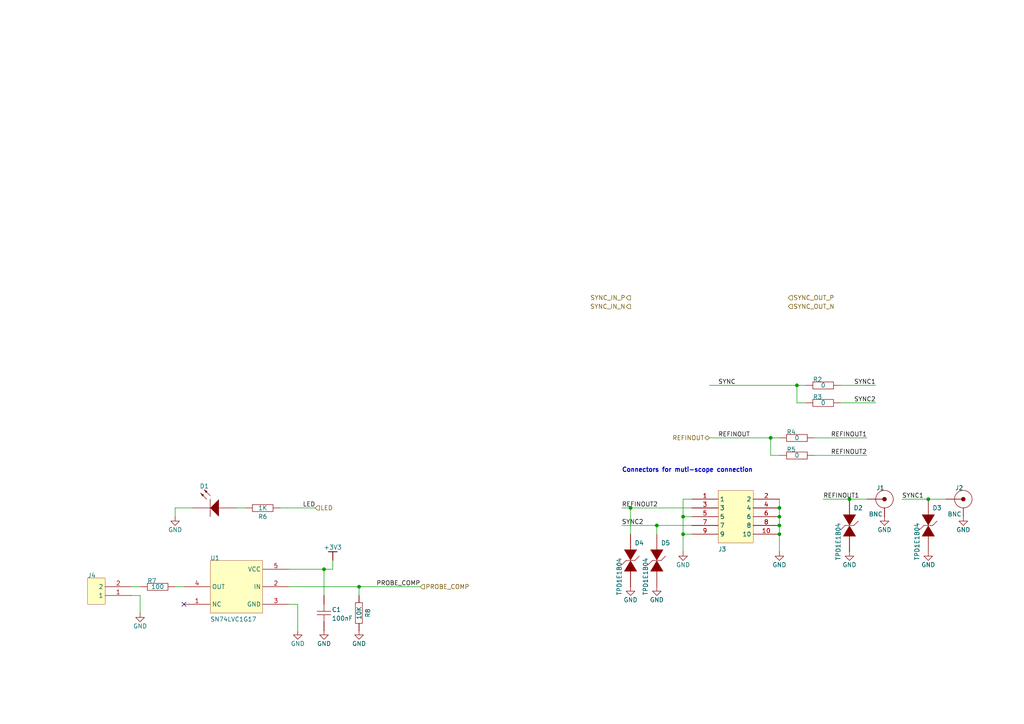
<source format=kicad_sch>
(kicad_sch (version 20241004) (generator "eeschema") (generator_version "8.99")
  (paper "A4")
  (title_block (title "ThunderScope") (rev "5") (company "EEVengers"))
  (lib_symbols
    (symbol "Thunderscope_Rev5:+3V3_BAR" (power)
      (property "Value" "+3V3" (at 0 -3.81 0))
      (symbol "+3V3_BAR_0_0"
        (polyline (pts (xy -1.27 -2.54) (xy 1.27 -2.54)) (stroke (width 0.254)))
        (polyline (pts (xy 0 0) (xy 0 -2.54)) (stroke (width 0.254)))
        (pin power_in line (at 0 0 0) (length 0) (hide yes) (name "+3V3") (number ""))
      )
    )
    (symbol "Thunderscope_Rev5:BNC JACK R/A" (pin_numbers (hide yes)) (pin_names (hide yes))
      (symbol "BNC JACK R/A_1_0"
        (circle (center 0 0) (radius 0.635) (stroke (width -0.0001)) (fill (type outline)))
        (circle (center 0 0) (radius 2.54))
        (pin passive line (at 0 -5.08 90) (length 2.54) (name "SHIELD") (number "2"))
        (pin passive line (at 5.08 0 180) (length 5.08) (name "Signal") (number "1"))
      )
    )
    (symbol "Thunderscope_Rev5:CAP 100nF 16V X7R 0402" (pin_numbers (hide yes)) (pin_names (hide yes))
      (symbol "CAP 100nF 16V X7R 0402_1_0"
        (polyline (pts (xy -2 0.5) (xy 2 0.5)))
        (polyline (pts (xy -2 -0.5) (xy 2 -0.5)))
        (polyline (pts (xy 0 2.54) (xy 0 0.5)))
        (polyline (pts (xy 0 -2.54) (xy 0 -0.5)))
        (pin passive line (at 0 5.08 270) (length 2.54) (name "2") (number "2"))
        (pin passive line (at 0 -5.08 90) (length 2.54) (name "1") (number "1"))
      )
    )
    (symbol "Thunderscope_Rev5:CONN 1.27mm 2x5 Pin TH RA"
      (symbol "CONN 1.27mm 2x5 Pin TH RA_1_0"
        (rectangle (start 10.16 0) (end 0 -15.24) (stroke (width 0.0254) (color 128 0 0 1)) (fill (type background)))
        (pin passive line (at -7.62 -2.54 0) (length 7.62) (name "1") (number "1"))
        (pin passive line (at -7.62 -5.08 0) (length 7.62) (name "3") (number "3"))
        (pin passive line (at -7.62 -7.62 0) (length 7.62) (name "5") (number "5"))
        (pin passive line (at -7.62 -10.16 0) (length 7.62) (name "7") (number "7"))
        (pin passive line (at -7.62 -12.7 0) (length 7.62) (name "9") (number "9"))
        (pin passive line (at 17.78 -2.54 180) (length 7.62) (name "2") (number "2"))
        (pin passive line (at 17.78 -5.08 180) (length 7.62) (name "4") (number "4"))
        (pin passive line (at 17.78 -7.62 180) (length 7.62) (name "6") (number "6"))
        (pin passive line (at 17.78 -10.16 180) (length 7.62) (name "8") (number "8"))
        (pin passive line (at 17.78 -12.7 180) (length 7.62) (name "10") (number "10"))
      )
    )
    (symbol "Thunderscope_Rev5:CONN 5.08mm 2 Pin TH RA"
      (symbol "CONN 5.08mm 2 Pin TH RA_1_0"
        (rectangle (start 2.54 2.54) (end -2.54 -5.08) (stroke (width 0.0254) (color 128 0 0 1)) (fill (type background)))
        (pin passive line (at 10.16 0 180) (length 7.62) (name "2") (number "2"))
        (pin passive line (at 10.16 -2.54 180) (length 7.62) (name "1") (number "1"))
      )
    )
    (symbol "Thunderscope_Rev5:GND" (power) (pin_numbers (hide yes)) (pin_names (offset 0) (hide yes))
      (property "Value" "GND" (at 0 -3.81 0))
      (symbol "GND_0_1"
        (polyline (pts (xy 0 0) (xy 0 -1.27) (xy 1.27 -1.27) (xy 0 -2.54) (xy -1.27 -1.27) (xy 0 -1.27)))
      )
      (symbol "GND_1_1"
        (pin power_in line (at 0 0 270) (length 0) (name "~") (number "1"))
      )
    )
    (symbol "Thunderscope_Rev5:IC BUFFER SN74LVC1G17"
      (symbol "IC BUFFER SN74LVC1G17_1_0"
        (rectangle (start 7.62 7.62) (end -7.62 -7.62) (stroke (width 0.0254) (color 128 0 0 1)) (fill (type background)))
        (pin passive line (at -15.24 0 0) (length 7.62) (name "OUT") (number "4"))
        (pin passive line (at -15.24 -5.08 0) (length 7.62) (name "NC") (number "1"))
        (pin passive line (at 15.24 5.08 180) (length 7.62) (name "VCC") (number "5"))
        (pin passive line (at 15.24 0 180) (length 7.62) (name "IN") (number "2"))
        (pin passive line (at 15.24 -5.08 180) (length 7.62) (name "GND") (number "3"))
      )
    )
    (symbol "Thunderscope_Rev5:LED GREEN 0603 LTST-S270K" (pin_numbers (hide yes)) (pin_names (hide yes))
      (symbol "LED GREEN 0603 LTST-S270K_1_0"
        (polyline (pts (xy -4.064 4.318) (xy -3.048 3.81) (xy -3.556 3.302) (xy -4.064 4.318)) (stroke (width -0.0001)) (fill (type outline)))
        (polyline (pts (xy -3.048 5.334) (xy -2.032 4.826) (xy -2.54 4.318) (xy -3.048 5.334)) (stroke (width -0.0001)) (fill (type outline)))
        (polyline (pts (xy -2.286 2.54) (xy -4.064 4.318)))
        (polyline (pts (xy -1.27 3.556) (xy -3.048 5.334)))
        (polyline (pts (xy -1.27 2.54) (xy -1.27 -2.54)))
        (polyline (pts (xy 1.27 -2.54) (xy -1.27 0) (xy 1.27 2.54) (xy 1.27 -2.54)) (stroke (width -0.0001)) (fill (type outline)))
        (pin passive line (at -6.35 0 0) (length 5.08) (name "K") (number "1"))
        (pin passive line (at 6.35 0 180) (length 5.08) (name "A") (number "2"))
      )
    )
    (symbol "Thunderscope_Rev5:RES 0 OHM 1/16W 0402" (pin_numbers (hide yes)) (pin_names (hide yes))
      (symbol "RES 0 OHM 1/16W 0402_1_0"
        (rectangle (start 3 0.976) (end -3 -1.056))
        (pin passive line (at -5.08 0 0) (length 2) (name "1") (number "1"))
        (pin passive line (at 5.08 0 180) (length 2) (name "2") (number "2"))
      )
    )
    (symbol "Thunderscope_Rev5:RES 100 OHM 1% 1/10W 0402" (pin_numbers (hide yes)) (pin_names (hide yes))
      (symbol "RES 100 OHM 1% 1/10W 0402_1_0"
        (rectangle (start 3 0.976) (end -3 -1.056))
        (pin passive line (at -5.08 0 0) (length 2) (name "1") (number "1"))
        (pin passive line (at 5.08 0 180) (length 2) (name "2") (number "2"))
      )
    )
    (symbol "Thunderscope_Rev5:RES 10K OHM 1% 1/10W 0402" (pin_numbers (hide yes)) (pin_names (hide yes))
      (symbol "RES 10K OHM 1% 1/10W 0402_1_0"
        (rectangle (start 3 1.056) (end -3 -0.976))
        (pin passive line (at -5.08 0 0) (length 2) (name "2") (number "2"))
        (pin passive line (at 5.08 0 180) (length 2) (name "1") (number "1"))
      )
    )
    (symbol "Thunderscope_Rev5:RES 1K OHM 1% 1/10W 0402" (pin_numbers (hide yes)) (pin_names (hide yes))
      (symbol "RES 1K OHM 1% 1/10W 0402_1_0"
        (rectangle (start 0.976 3) (end -1.056 -3))
        (pin passive line (at 0 5.08 270) (length 2) (name "1") (number "1"))
        (pin passive line (at 0 -5.08 90) (length 2) (name "2") (number "2"))
      )
    )
    (symbol "Thunderscope_Rev5:TVS TPD1E1B04" (pin_numbers (hide yes)) (pin_names (hide yes))
      (symbol "TVS TPD1E1B04_1_0"
        (polyline (pts (xy -1.905 3.175) (xy 0 0) (xy 1.905 3.175) (xy -1.905 3.175)) (stroke (width -0.0001)) (fill (type outline)))
        (polyline (pts (xy -1.27 0) (xy 1.27 0)))
        (polyline (pts (xy -1.27 0) (xy -2.54 -1.27)))
        (polyline (pts (xy 1.905 -3.175) (xy 0 0) (xy -1.905 -3.175) (xy 1.905 -3.175)) (stroke (width -0.0001)) (fill (type outline)))
        (polyline (pts (xy 2.54 1.27) (xy 1.27 0)))
        (pin passive line (at 0 7.62 270) (length 4.445) (name "K") (number "1"))
        (pin passive line (at 0 -7.62 90) (length 4.445) (name "A") (number "2"))
      )
    )
  )
  (text "Connectors for muti-scope connection" (at 180.34 137.16 0) (effects (font (size 1.27 1.27) (thickness 0.254) (bold yes)) (justify left bottom)))
  (junction (at 226.06 147.32))
  (junction (at 231.14 111.76))
  (junction (at 93.98 165.1))
  (junction (at 198.12 149.86))
  (junction (at 246.38 144.78))
  (junction (at 223.52 127))
  (junction (at 190.5 152.4))
  (junction (at 226.06 149.86))
  (junction (at 182.88 147.32))
  (junction (at 226.06 154.94))
  (junction (at 104.14 170.18))
  (junction (at 226.06 152.4))
  (junction (at 269.24 144.78))
  (junction (at 198.12 154.94))
  (no_connect (at 53.34 175.26))
  (wire (pts (xy 86.36 175.26) (xy 86.36 182.88)))
  (wire (pts (xy 182.88 154.94) (xy 182.88 147.32)))
  (wire (pts (xy 83.82 170.18) (xy 104.14 170.18)))
  (wire (pts (xy 190.5 152.4) (xy 200.66 152.4)))
  (wire (pts (xy 190.5 152.4) (xy 190.5 154.94)))
  (wire (pts (xy 205.74 111.76) (xy 231.14 111.76)))
  (wire (pts (xy 236.22 127) (xy 251.46 127)))
  (wire (pts (xy 198.12 149.86) (xy 198.12 154.94)))
  (wire (pts (xy 226.06 152.4) (xy 226.06 154.94)))
  (wire (pts (xy 223.52 127) (xy 205.74 127)))
  (wire (pts (xy 50.8 170.18) (xy 53.34 170.18)))
  (wire (pts (xy 40.64 172.72) (xy 38.1 172.72)))
  (wire (pts (xy 231.14 116.84) (xy 231.14 111.76)))
  (wire (pts (xy 55.88 147.32) (xy 50.8 147.32)))
  (wire (pts (xy 233.68 111.76) (xy 231.14 111.76)))
  (wire (pts (xy 38.1 170.18) (xy 40.64 170.18)))
  (wire (pts (xy 198.12 160.02) (xy 198.12 154.94)))
  (wire (pts (xy 50.8 147.32) (xy 50.8 149.86)))
  (wire (pts (xy 71.12 147.32) (xy 68.58 147.32)))
  (wire (pts (xy 93.98 165.1) (xy 83.82 165.1)))
  (wire (pts (xy 81.28 147.32) (xy 91.44 147.32)))
  (wire (pts (xy 226.06 132.08) (xy 223.52 132.08)))
  (wire (pts (xy 226.06 144.78) (xy 226.06 147.32)))
  (wire (pts (xy 269.24 144.78) (xy 274.32 144.78)))
  (wire (pts (xy 246.38 144.78) (xy 251.46 144.78)))
  (wire (pts (xy 40.64 177.8) (xy 40.64 172.72)))
  (wire (pts (xy 182.88 147.32) (xy 200.66 147.32)))
  (wire (pts (xy 261.62 144.78) (xy 269.24 144.78)))
  (wire (pts (xy 180.34 152.4) (xy 190.5 152.4)))
  (wire (pts (xy 104.14 170.18) (xy 121.92 170.18)))
  (wire (pts (xy 198.12 154.94) (xy 200.66 154.94)))
  (wire (pts (xy 83.82 175.26) (xy 86.36 175.26)))
  (wire (pts (xy 226.06 154.94) (xy 226.06 160.02)))
  (wire (pts (xy 223.52 132.08) (xy 223.52 127)))
  (wire (pts (xy 243.84 111.76) (xy 254 111.76)))
  (wire (pts (xy 93.98 165.1) (xy 93.98 172.72)))
  (wire (pts (xy 200.66 149.86) (xy 198.12 149.86)))
  (wire (pts (xy 226.06 147.32) (xy 226.06 149.86)))
  (wire (pts (xy 96.52 162.56) (xy 96.52 165.1)))
  (wire (pts (xy 198.12 144.78) (xy 198.12 149.86)))
  (wire (pts (xy 226.06 149.86) (xy 226.06 152.4)))
  (wire (pts (xy 200.66 144.78) (xy 198.12 144.78)))
  (wire (pts (xy 236.22 132.08) (xy 251.46 132.08)))
  (wire (pts (xy 226.06 127) (xy 223.52 127)))
  (wire (pts (xy 104.14 170.18) (xy 104.14 172.72)))
  (wire (pts (xy 180.34 147.32) (xy 182.88 147.32)))
  (wire (pts (xy 233.68 116.84) (xy 231.14 116.84)))
  (wire (pts (xy 238.76 144.78) (xy 246.38 144.78)))
  (wire (pts (xy 96.52 165.1) (xy 93.98 165.1)))
  (wire (pts (xy 243.84 116.84) (xy 254 116.84)))
  (label "PROBE_COMP" (at 121.92 170.18 180))
  (label "LED" (at 91.44 147.32 180))
  (label "REFINOUT1" (at 238.76 144.78 0))
  (label "REFINOUT2" (at 180.34 147.32 0))
  (label "SYNC1" (at 261.62 144.78 0))
  (label "SYNC1" (at 254 111.76 180))
  (label "REFINOUT" (at 208.28 127 0))
  (label "SYNC2" (at 254 116.84 180))
  (label "SYNC" (at 208.28 111.76 0))
  (label "REFINOUT1" (at 251.46 127 180))
  (label "SYNC2" (at 180.34 152.4 0))
  (label "REFINOUT2" (at 251.46 132.08 180))
  (hierarchical_label "LED" (shape input) (at 91.44 147.32 0))
  (hierarchical_label "SYNC_OUT_N" (shape input) (at 228.6 88.9 0))
  (hierarchical_label "SYNC_IN_P" (shape output) (at 182.88 86.36 180))
  (hierarchical_label "SYNC_IN_N" (shape output) (at 182.88 88.9 180))
  (hierarchical_label "SYNC_OUT_P" (shape input) (at 228.6 86.36 0))
  (hierarchical_label "REFINOUT" (shape bidirectional) (at 205.74 127 180))
  (hierarchical_label "PROBE_COMP" (shape input) (at 121.92 170.18 0))
  (symbol (lib_id "Thunderscope_Rev5:CONN 5.08mm 2 Pin TH RA") (at 27.94 170.18 0) (unit 1)
    (property "Reference" "J4" (at 25.4 167.64 0) (effects (justify left bottom)))
    (property "Value" "TSW-101-16-G-Q-RA" (effects (hide yes)))
    (property "Footprint" "GEN_5.08mm_1x2_Pin_TH_RA" (effects (hide yes)))
    (property "SUPPLIER 1" "Mouser" (effects (hide yes)))
    (property "SUPPLIER PART NUMBER 1" "200-TSW10116GQRA" (effects (hide yes)))
    (property "MANUFACTURER" "Samtec" (effects (hide yes)))
    (property "MANUFACTURER PART NUMBER" "TSW-101-16-G-Q-RA" (effects (hide yes)))
  )
  (symbol (lib_id "Thunderscope_Rev5:LED GREEN 0603 LTST-S270K") (at 62.23 147.32 0) (unit 1)
    (property "Reference" "D1" (at 57.912 141.732 0) (effects (justify left bottom)))
    (property "Value" "GREEN" (effects (hide yes)))
    (property "Footprint" "LED_0603_LTST-S270K" (effects (hide yes)))
    (property "SUPPLIER 1" "Mouser" (effects (hide yes)))
    (property "SUPPLIER PART NUMBER 1" "859-LTST-S270KGKT" (effects (hide yes)))
    (property "MANUFACTURER" "Vishay Lite-On" (effects (hide yes)))
    (property "MANUFACTURER PART NUMBER" "LTST-S270KGKT" (effects (hide yes)))
  )
  (symbol (lib_id "Thunderscope_Rev5:GND") (at 104.14 182.88 0) (unit 1)
    (property "Reference" "#PWR0113" (effects (hide yes)))
    (property "Value" "GND" (at 104.14 186.69 0))
    (property "Description" "Power symbol creates a global label with name \"GND\" , ground" (effects (hide yes)))
  )
  (symbol (lib_id "Thunderscope_Rev5:CAP 100nF 16V X7R 0402") (at 93.98 177.8 0) (unit 1)
    (property "Reference" "C1" (at 96.234 177.546 0) (effects (justify left bottom)))
    (property "Value" "${ALTIUM_VALUE}" (at 96.234 180.086 0) (effects (justify left bottom)))
    (property "Footprint" "GEN_C_0402" (effects (hide yes)))
    (property "PACKAGE" "0402" (effects (hide yes)))
    (property "VOLTAGE RATING" "16V" (effects (hide yes)))
    (property "SUPPLIER 1" "Mouser" (effects (hide yes)))
    (property "SUPPLIER PART NUMBER 1" "81-GCM155R71C104KA5D" (effects (hide yes)))
    (property "ALTIUM_VALUE" "100nF" (effects (hide yes)))
    (property "HOUSE PART NUMBER" "C-100nF-0402-002" (effects (hide yes)))
    (property "MANUFACTURER" "Murata" (effects (hide yes)))
    (property "MANUFACTURER PART NUMBER" "GCM155R71C104KA55D" (effects (hide yes)))
  )
  (symbol (lib_id "Thunderscope_Rev5:GND") (at 256.54 149.86 0) (mirror y) (unit 1)
    (property "Reference" "#PWR011" (effects (hide yes)))
    (property "Value" "GND" (at 256.54 153.67 0))
    (property "Description" "Power symbol creates a global label with name \"GND\" , ground" (effects (hide yes)))
  )
  (symbol (lib_id "Thunderscope_Rev5:BNC JACK R/A") (at 256.54 144.78 0) (mirror y) (unit 1)
    (property "Reference" "J1" (at 256.54 142.24 0) (effects (justify left bottom)))
    (property "Value" "BNC" (at 254 149.86 0) (effects (justify bottom)))
    (property "Footprint" "MOL_0731000105" (effects (hide yes)))
    (property "SUPPLIER 1" "Mouser" (effects (hide yes)))
    (property "SUPPLIER PART NUMBER 1" "538-73100-0105" (effects (hide yes)))
    (property "MANUFACTURER" "Molex" (effects (hide yes)))
    (property "MANUFACTURER PART NUMBER" "73100-0105" (effects (hide yes)))
  )
  (symbol (lib_id "Thunderscope_Rev5:GND") (at 40.64 177.8 0) (unit 1)
    (property "Reference" "#PWR01" (effects (hide yes)))
    (property "Value" "GND" (at 40.64 181.61 0))
    (property "Description" "Power symbol creates a global label with name \"GND\" , ground" (effects (hide yes)))
  )
  (symbol (lib_id "Thunderscope_Rev5:RES 0 OHM 1/16W 0402") (at 231.14 132.08 0) (unit 1)
    (property "Reference" "R5" (at 228.14 131.104 0) (effects (justify left bottom)))
    (property "Value" "${ALTIUM_VALUE}" (at 231.14 132.08 0))
    (property "Footprint" "GEN_R_0402" (effects (hide yes)))
    (property "PACKAGE" "0402" (effects (hide yes)))
    (property "SUPPLIER 1" "Mouser" (effects (hide yes)))
    (property "SUPPLIER PART NUMBER 1" "603-RC0402JR-070RL" (effects (hide yes)))
    (property "ALTIUM_VALUE" "0" (effects (hide yes)))
    (property "MANUFACTURER" "Yageo" (effects (hide yes)))
    (property "MANUFACTURER PART NUMBER" "RC0402JR-070RL" (effects (hide yes)))
  )
  (symbol (lib_id "Thunderscope_Rev5:GND") (at 86.36 182.88 0) (unit 1)
    (property "Reference" "#PWR03" (effects (hide yes)))
    (property "Value" "GND" (at 86.36 186.69 0))
    (property "Description" "Power symbol creates a global label with name \"GND\" , ground" (effects (hide yes)))
  )
  (symbol (lib_id "Thunderscope_Rev5:TVS TPD1E1B04") (at 246.38 152.4 0) (unit 1)
    (property "Reference" "D2" (at 248.92 147.32 0))
    (property "Value" "TPD1E1B04" (at 243.84 162.56 90) (effects (justify left bottom)))
    (property "Footprint" "TI_X1SON_DPY0002A" (effects (hide yes)))
    (property "SUPPLIER 1" "Texas Instruments" (effects (hide yes)))
    (property "SUPPLIER PART NUMBER 1" "TPD1E1B04DPYR" (effects (hide yes)))
    (property "MANUFACTURER" "Texas Instruments" (effects (hide yes)))
    (property "MANUFACTURER PART NUMBER" "TPD1E1B04DPYR" (effects (hide yes)))
  )
  (symbol (lib_id "Thunderscope_Rev5:RES 0 OHM 1/16W 0402") (at 238.76 116.84 0) (unit 1)
    (property "Reference" "R3" (at 235.76 115.864 0) (effects (justify left bottom)))
    (property "Value" "${ALTIUM_VALUE}" (at 238.76 116.84 0))
    (property "Footprint" "GEN_R_0402" (effects (hide yes)))
    (property "PACKAGE" "0402" (effects (hide yes)))
    (property "SUPPLIER 1" "Mouser" (effects (hide yes)))
    (property "SUPPLIER PART NUMBER 1" "603-RC0402JR-070RL" (effects (hide yes)))
    (property "ALTIUM_VALUE" "0" (effects (hide yes)))
    (property "MANUFACTURER" "Yageo" (effects (hide yes)))
    (property "MANUFACTURER PART NUMBER" "RC0402JR-070RL" (effects (hide yes)))
  )
  (symbol (lib_id "Thunderscope_Rev5:GND") (at 50.8 149.86 0) (unit 1)
    (property "Reference" "#PWR02" (effects (hide yes)))
    (property "Value" "GND" (at 50.8 153.67 0))
    (property "Description" "Power symbol creates a global label with name \"GND\" , ground" (effects (hide yes)))
  )
  (symbol (lib_id "Thunderscope_Rev5:RES 10K OHM 1% 1/10W 0402") (at 104.14 177.8 90) (unit 1)
    (property "Reference" "R8" (at 106.68 177.8 0))
    (property "Value" "${ALTIUM_VALUE}" (at 104.14 177.8 0))
    (property "Footprint" "GEN_R_0402" (effects (hide yes)))
    (property "TOLERANCE" "1%" (effects (hide yes)))
    (property "PACKAGE" "0402" (effects (hide yes)))
    (property "SUPPLIER 1" "Mouser" (effects (hide yes)))
    (property "SUPPLIER PART NUMBER 1" "667-ERJ-2RKF1002X" (effects (hide yes)))
    (property "ALTIUM_VALUE" "10K" (effects (hide yes)))
    (property "MANUFACTURER" "Panasonic" (effects (hide yes)))
    (property "MANUFACTURER PART NUMBER" "ERJ-2RKF1002X" (effects (hide yes)))
  )
  (symbol (lib_id "Thunderscope_Rev5:TVS TPD1E1B04") (at 269.24 152.4 0) (unit 1)
    (property "Reference" "D3" (at 271.78 147.32 0))
    (property "Value" "TPD1E1B04" (at 266.7 162.56 90) (effects (justify left bottom)))
    (property "Footprint" "TI_X1SON_DPY0002A" (effects (hide yes)))
    (property "SUPPLIER 1" "Texas Instruments" (effects (hide yes)))
    (property "SUPPLIER PART NUMBER 1" "TPD1E1B04DPYR" (effects (hide yes)))
    (property "MANUFACTURER" "Texas Instruments" (effects (hide yes)))
    (property "MANUFACTURER PART NUMBER" "TPD1E1B04DPYR" (effects (hide yes)))
  )
  (symbol (lib_id "Thunderscope_Rev5:TVS TPD1E1B04") (at 190.5 162.56 0) (unit 1)
    (property "Reference" "D5" (at 193.04 157.48 0))
    (property "Value" "TPD1E1B04" (at 187.96 172.72 90) (effects (justify left bottom)))
    (property "Footprint" "TI_X1SON_DPY0002A" (effects (hide yes)))
    (property "SUPPLIER 1" "Texas Instruments" (effects (hide yes)))
    (property "SUPPLIER PART NUMBER 1" "TPD1E1B04DPYR" (effects (hide yes)))
    (property "MANUFACTURER" "Texas Instruments" (effects (hide yes)))
    (property "MANUFACTURER PART NUMBER" "TPD1E1B04DPYR" (effects (hide yes)))
  )
  (symbol (lib_id "Thunderscope_Rev5:RES 100 OHM 1% 1/10W 0402") (at 45.72 170.18 0) (unit 1)
    (property "Reference" "R7" (at 42.72 169.204 0) (effects (justify left bottom)))
    (property "Value" "${ALTIUM_VALUE}" (at 45.72 170.18 0))
    (property "Footprint" "GEN_R_0402" (effects (hide yes)))
    (property "PACKAGE" "0402" (effects (hide yes)))
    (property "SUPPLIER 1" "Mouser" (effects (hide yes)))
    (property "SUPPLIER PART NUMBER 1" "603-RC0402FR-07100RL" (effects (hide yes)))
    (property "ALTIUM_VALUE" "100" (effects (hide yes)))
    (property "MANUFACTURER" "Yageo" (effects (hide yes)))
    (property "MANUFACTURER PART NUMBER" "RC0402FR-07100RL" (effects (hide yes)))
    (property "TOLERANCE" "1%" (effects (hide yes)))
  )
  (symbol (lib_id "Thunderscope_Rev5:+3V3_BAR") (at 96.52 162.56 180) (unit 1)
    (property "Reference" "#PWR05" (effects (hide yes)))
    (property "Value" "+3V3" (at 96.52 158.75 0))
  )
  (symbol (lib_id "Thunderscope_Rev5:GND") (at 269.24 160.02 0) (unit 1)
    (property "Reference" "#PWR012" (effects (hide yes)))
    (property "Value" "GND" (at 269.24 163.83 0))
    (property "Description" "Power symbol creates a global label with name \"GND\" , ground" (effects (hide yes)))
  )
  (symbol (lib_id "Thunderscope_Rev5:GND") (at 93.98 182.88 0) (unit 1)
    (property "Reference" "#PWR04" (effects (hide yes)))
    (property "Value" "GND" (at 93.98 186.69 0))
    (property "Description" "Power symbol creates a global label with name \"GND\" , ground" (effects (hide yes)))
  )
  (symbol (lib_id "Thunderscope_Rev5:TVS TPD1E1B04") (at 182.88 162.56 0) (unit 1)
    (property "Reference" "D4" (at 185.42 157.48 0))
    (property "Value" "TPD1E1B04" (at 180.34 172.72 90) (effects (justify left bottom)))
    (property "Footprint" "TI_X1SON_DPY0002A" (effects (hide yes)))
    (property "SUPPLIER 1" "Texas Instruments" (effects (hide yes)))
    (property "SUPPLIER PART NUMBER 1" "TPD1E1B04DPYR" (effects (hide yes)))
    (property "MANUFACTURER" "Texas Instruments" (effects (hide yes)))
    (property "MANUFACTURER PART NUMBER" "TPD1E1B04DPYR" (effects (hide yes)))
  )
  (symbol (lib_id "Thunderscope_Rev5:CONN 1.27mm 2x5 Pin TH RA") (at 208.28 142.24 0) (unit 1)
    (property "Reference" "J3" (at 208.28 160.02 0) (effects (justify left bottom)))
    (property "Value" "1.27mm 6 Pin TH" (effects (hide yes)))
    (property "Footprint" "GEN_1.27mm_2x5_Pin_TH_RA" (effects (hide yes)))
    (property "SUPPLIER 1" "Digi-Key" (effects (hide yes)))
    (property "SUPPLIER PART NUMBER 1" "1175-1628-ND" (effects (hide yes)))
    (property "MANUFACTURER" "CNC Tech" (effects (hide yes)))
    (property "MANUFACTURER PART NUMBER" "3220-10-0200-00" (effects (hide yes)))
  )
  (symbol (lib_id "Thunderscope_Rev5:GND") (at 182.88 170.18 0) (unit 1)
    (property "Reference" "#PWR06" (effects (hide yes)))
    (property "Value" "GND" (at 182.88 173.99 0))
    (property "Description" "Power symbol creates a global label with name \"GND\" , ground" (effects (hide yes)))
  )
  (symbol (lib_id "Thunderscope_Rev5:GND") (at 190.5 170.18 0) (unit 1)
    (property "Reference" "#PWR07" (effects (hide yes)))
    (property "Value" "GND" (at 190.5 173.99 0))
    (property "Description" "Power symbol creates a global label with name \"GND\" , ground" (effects (hide yes)))
  )
  (symbol (lib_id "Thunderscope_Rev5:GND") (at 226.06 160.02 0) (unit 1)
    (property "Reference" "#PWR09" (effects (hide yes)))
    (property "Value" "GND" (at 226.06 163.83 0))
    (property "Description" "Power symbol creates a global label with name \"GND\" , ground" (effects (hide yes)))
  )
  (symbol (lib_id "Thunderscope_Rev5:RES 0 OHM 1/16W 0402") (at 231.14 127 0) (unit 1)
    (property "Reference" "R4" (at 228.14 126.024 0) (effects (justify left bottom)))
    (property "Value" "${ALTIUM_VALUE}" (at 231.14 127 0))
    (property "Footprint" "GEN_R_0402" (effects (hide yes)))
    (property "PACKAGE" "0402" (effects (hide yes)))
    (property "SUPPLIER 1" "Mouser" (effects (hide yes)))
    (property "SUPPLIER PART NUMBER 1" "603-RC0402JR-070RL" (effects (hide yes)))
    (property "ALTIUM_VALUE" "0" (effects (hide yes)))
    (property "MANUFACTURER" "Yageo" (effects (hide yes)))
    (property "MANUFACTURER PART NUMBER" "RC0402JR-070RL" (effects (hide yes)))
  )
  (symbol (lib_id "Thunderscope_Rev5:GND") (at 246.38 160.02 0) (unit 1)
    (property "Reference" "#PWR010" (effects (hide yes)))
    (property "Value" "GND" (at 246.38 163.83 0))
    (property "Description" "Power symbol creates a global label with name \"GND\" , ground" (effects (hide yes)))
  )
  (symbol (lib_id "Thunderscope_Rev5:BNC JACK R/A") (at 279.4 144.78 0) (mirror y) (unit 1)
    (property "Reference" "J2" (at 279.4 142.24 0) (effects (justify left bottom)))
    (property "Value" "BNC" (at 276.86 149.86 0) (effects (justify bottom)))
    (property "Footprint" "MOL_0731000105" (effects (hide yes)))
    (property "SUPPLIER 1" "Mouser" (effects (hide yes)))
    (property "SUPPLIER PART NUMBER 1" "538-73100-0105" (effects (hide yes)))
    (property "MANUFACTURER" "Molex" (effects (hide yes)))
    (property "MANUFACTURER PART NUMBER" "73100-0105" (effects (hide yes)))
  )
  (symbol (lib_id "Thunderscope_Rev5:IC BUFFER SN74LVC1G17") (at 68.58 170.18 0) (unit 1)
    (property "Reference" "U1" (at 60.96 162.56 0) (effects (justify left bottom)))
    (property "Value" "SN74LVC1G17" (at 60.96 180.34 0) (effects (justify left bottom)))
    (property "Footprint" "GEN_SC-70-5" (effects (hide yes)))
    (property "SUPPLIER 1" "Texas Instruments" (effects (hide yes)))
    (property "SUPPLIER PART NUMBER 1" "SN74LVC1G17DBVR" (effects (hide yes)))
    (property "MANUFACTURER" "Texas Instruments" (effects (hide yes)))
    (property "MANUFACTURER PART NUMBER" "SN74LVC1G17DBVR" (effects (hide yes)))
  )
  (symbol (lib_id "Thunderscope_Rev5:GND") (at 279.4 149.86 0) (mirror y) (unit 1)
    (property "Reference" "#PWR013" (effects (hide yes)))
    (property "Value" "GND" (at 279.4 153.67 0))
    (property "Description" "Power symbol creates a global label with name \"GND\" , ground" (effects (hide yes)))
  )
  (symbol (lib_id "Thunderscope_Rev5:RES 0 OHM 1/16W 0402") (at 238.76 111.76 0) (unit 1)
    (property "Reference" "R2" (at 235.76 110.784 0) (effects (justify left bottom)))
    (property "Value" "${ALTIUM_VALUE}" (at 238.76 111.76 0))
    (property "Footprint" "GEN_R_0402" (effects (hide yes)))
    (property "PACKAGE" "0402" (effects (hide yes)))
    (property "SUPPLIER 1" "Mouser" (effects (hide yes)))
    (property "SUPPLIER PART NUMBER 1" "603-RC0402JR-070RL" (effects (hide yes)))
    (property "ALTIUM_VALUE" "0" (effects (hide yes)))
    (property "MANUFACTURER" "Yageo" (effects (hide yes)))
    (property "MANUFACTURER PART NUMBER" "RC0402JR-070RL" (effects (hide yes)))
  )
  (symbol (lib_id "Thunderscope_Rev5:RES 1K OHM 1% 1/10W 0402") (at 76.2 147.32 90) (unit 1)
    (property "Reference" "R6" (at 76.2 149.86 90))
    (property "Value" "${ALTIUM_VALUE}" (at 76.2 147.32 90))
    (property "Footprint" "GEN_R_0402" (effects (hide yes)))
    (property "TOLERANCE" "1%" (effects (hide yes)))
    (property "PACKAGE" "0402" (effects (hide yes)))
    (property "SUPPLIER 1" "Mouser" (effects (hide yes)))
    (property "SUPPLIER PART NUMBER 1" "603-RC0402FR-071KL" (effects (hide yes)))
    (property "ALTIUM_VALUE" "1K" (effects (hide yes)))
    (property "HOUSE PART NUMBER" "R-1K-0402-1%-001" (effects (hide yes)))
    (property "MANUFACTURER" "Yageo" (effects (hide yes)))
    (property "MANUFACTURER PART NUMBER" "RC0402FR-071KL" (effects (hide yes)))
  )
  (symbol (lib_id "Thunderscope_Rev5:GND") (at 198.12 160.02 0) (unit 1)
    (property "Reference" "#PWR08" (effects (hide yes)))
    (property "Value" "GND" (at 198.12 163.83 0))
    (property "Description" "Power symbol creates a global label with name \"GND\" , ground" (effects (hide yes)))
  )
)
</source>
